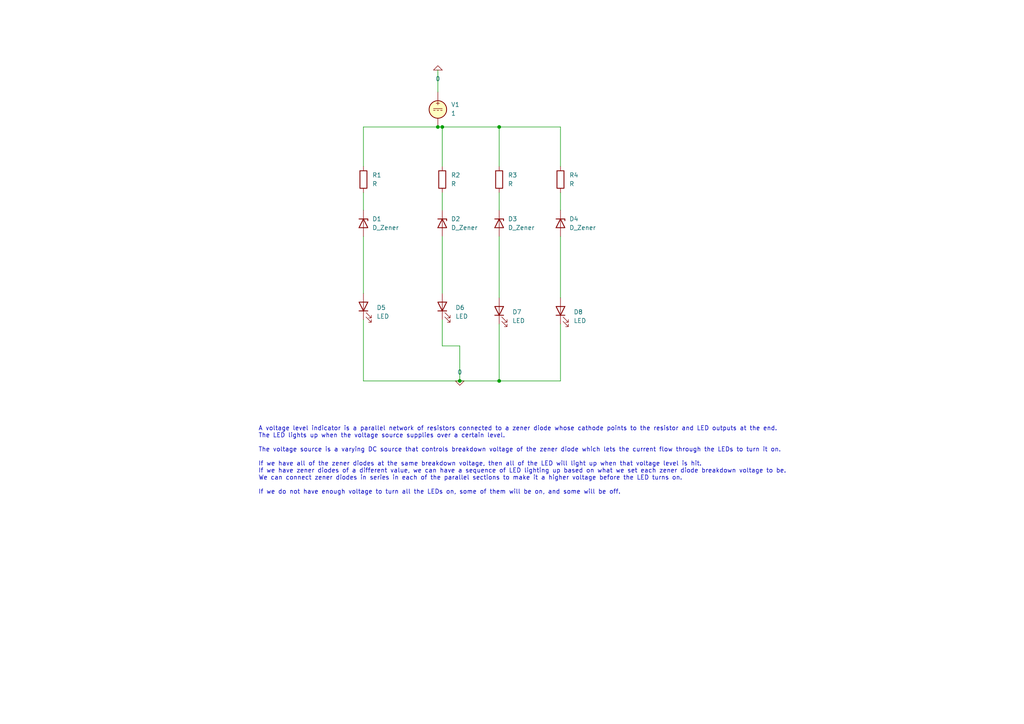
<source format=kicad_sch>
(kicad_sch (version 20230121) (generator eeschema)
  (paper "A4")
  (lib_symbols
    (symbol "Device:D_Zener" (pin_numbers hide) (pin_names (offset 1.016) hide)
      (property "Reference" "D" (at 0 2.54 0))
      (property "Value" "D_Zener" (at 0 -2.54 0))
      (symbol "D_Zener_0_1"
        (polyline (pts (xy 1.27 0) (xy -1.27 0)))
        (polyline (pts (xy -1.27 -1.27) (xy -1.27 1.27) (xy -0.762 1.27)) (stroke (width 0.254)))
        (polyline (pts (xy 1.27 -1.27) (xy 1.27 1.27) (xy -1.27 0) (xy 1.27 -1.27)) (stroke (width 0.254)))
      )
      (symbol "D_Zener_1_1"
        (pin passive line (at -3.81 0 0) (length 2.54) (name "K") (number "1"))
        (pin passive line (at 3.81 0 180) (length 2.54) (name "A") (number "2"))
      )
    )
    (symbol "Device:LED" (pin_numbers hide) (pin_names (offset 1.016) hide)
      (property "Reference" "D" (at 0 2.54 0))
      (property "Value" "LED" (at 0 -2.54 0))
      (symbol "LED_0_1"
        (polyline (pts (xy -1.27 -1.27) (xy -1.27 1.27)) (stroke (width 0.254)))
        (polyline (pts (xy -1.27 0) (xy 1.27 0)))
        (polyline (pts (xy 1.27 -1.27) (xy 1.27 1.27) (xy -1.27 0) (xy 1.27 -1.27)) (stroke (width 0.254)))
        (polyline (pts (xy -3.048 -0.762) (xy -4.572 -2.286) (xy -3.81 -2.286) (xy -4.572 -2.286) (xy -4.572 -1.524)))
        (polyline (pts (xy -1.778 -0.762) (xy -3.302 -2.286) (xy -2.54 -2.286) (xy -3.302 -2.286) (xy -3.302 -1.524)))
      )
      (symbol "LED_1_1"
        (pin passive line (at -3.81 0 0) (length 2.54) (name "K") (number "1"))
        (pin passive line (at 3.81 0 180) (length 2.54) (name "A") (number "2"))
      )
    )
    (symbol "Device:R" (pin_numbers hide) (pin_names (offset 0))
      (property "Reference" "R" (at 2.032 0 90))
      (property "Value" "R" (at 0 0 90))
      (symbol "R_0_1"
        (rectangle (start -1.016 -2.54) (end 1.016 2.54) (stroke (width 0.254)))
      )
      (symbol "R_1_1"
        (pin passive line (at 0 3.81 270) (length 1.27) (name "~") (number "1"))
        (pin passive line (at 0 -3.81 90) (length 1.27) (name "~") (number "2"))
      )
    )
    (symbol "Simulation_SPICE:0" (power) (pin_names (offset 0))
      (property "Value" "0" (at 0 -1.778 0))
      (symbol "0_0_1"
        (polyline (pts (xy -1.27 0) (xy 0 -1.27) (xy 1.27 0) (xy -1.27 0)))
      )
      (symbol "0_1_1"
        (pin power_in line (at 0 0 0) (length 0) hide (name "0") (number "1"))
      )
    )
    (symbol "Simulation_SPICE:VDC" (pin_numbers hide) (pin_names (offset 0.0254))
      (property "Reference" "V" (at 2.54 2.54 0))
      (property "Value" "1" (at 2.54 0 0))
      (symbol "VDC_0_0"
        (polyline (pts (xy -1.27 0.254) (xy 1.27 0.254)))
        (polyline (pts (xy -0.762 -0.254) (xy -1.27 -0.254)))
        (polyline (pts (xy 0.254 -0.254) (xy -0.254 -0.254)))
        (polyline (pts (xy 1.27 -0.254) (xy 0.762 -0.254)))
        (text "+" (at 0 1.905 0) (effects (font (size 1.27 1.27))))
      )
      (symbol "VDC_0_1"
        (circle (center 0 0) (radius 2.54) (stroke (width 0.254)) (fill (type background)))
      )
      (symbol "VDC_1_1"
        (pin passive line (at 0 5.08 270) (length 2.54) (name "~") (number "1"))
        (pin passive line (at 0 -5.08 90) (length 2.54) (name "~") (number "2"))
      )
    )
  )
  (junction (at 127 36.83))
  (junction (at 144.78 36.83))
  (junction (at 133.35 110.49))
  (junction (at 144.78 110.49))
  (junction (at 128.27 36.83))
  (wire (pts (xy 162.56 68.58) (xy 162.56 86.36)))
  (wire (pts (xy 144.78 68.58) (xy 144.78 86.36)))
  (wire (pts (xy 128.27 92.71) (xy 128.27 100.33)))
  (wire (pts (xy 144.78 55.88) (xy 144.78 60.96)))
  (wire (pts (xy 127 36.83) (xy 105.41 36.83)))
  (wire (pts (xy 105.41 55.88) (xy 105.41 60.96)))
  (wire (pts (xy 144.78 36.83) (xy 162.56 36.83)))
  (wire (pts (xy 127 20.32) (xy 127 26.67)))
  (wire (pts (xy 105.41 68.58) (xy 105.41 85.09)))
  (wire (pts (xy 105.41 92.71) (xy 105.41 110.49)))
  (wire (pts (xy 144.78 110.49) (xy 162.56 110.49)))
  (wire (pts (xy 133.35 100.33) (xy 133.35 110.49)))
  (wire (pts (xy 162.56 93.98) (xy 162.56 110.49)))
  (wire (pts (xy 128.27 36.83) (xy 127 36.83)))
  (wire (pts (xy 162.56 48.26) (xy 162.56 36.83)))
  (wire (pts (xy 105.41 36.83) (xy 105.41 48.26)))
  (wire (pts (xy 144.78 93.98) (xy 144.78 110.49)))
  (wire (pts (xy 144.78 36.83) (xy 144.78 48.26)))
  (wire (pts (xy 133.35 110.49) (xy 144.78 110.49)))
  (wire (pts (xy 128.27 100.33) (xy 133.35 100.33)))
  (wire (pts (xy 128.27 36.83) (xy 128.27 48.26)))
  (wire (pts (xy 105.41 110.49) (xy 133.35 110.49)))
  (wire (pts (xy 128.27 55.88) (xy 128.27 60.96)))
  (wire (pts (xy 162.56 55.88) (xy 162.56 60.96)))
  (wire (pts (xy 128.27 36.83) (xy 144.78 36.83)))
  (wire (pts (xy 128.27 68.58) (xy 128.27 85.09)))
  (text "A voltage level indicator is a parallel network of resistors connected to a zener diode whose cathode points to the resistor and LED outputs at the end.\nThe LED lights up when the voltage source supplies over a certain level.\n\nThe voltage source is a varying DC source that controls breakdown voltage of the zener diode which lets the current flow through the LEDs to turn it on.\n\nIf we have all of the zener diodes at the same breakdown voltage, then all of the LED will light up when that voltage level is hit.\nIf we have zener diodes of a different value, we can have a sequence of LED lighting up based on what we set each zener diode breakdown voltage to be.\nWe can connect zener diodes in series in each of the parallel sections to make it a higher voltage before the LED turns on.\n\nIf we do not have enough voltage to turn all the LEDs on, some of them will be on, and some will be off." (at 74.93 143.51 0) (effects (font (size 1.27 1.27)) (justify left bottom)))
  (symbol (lib_id "Device:LED") (at 162.56 90.17 90) (unit 1)
    (property "Reference" "D8" (at 166.37 90.4875 90) (effects (justify right)))
    (property "Value" "LED" (at 166.37 93.0275 90) (effects (justify right)))
  )
  (symbol (lib_id "Device:R") (at 105.41 52.07 0) (unit 1)
    (property "Reference" "R1" (at 107.95 50.8 0) (effects (justify left)))
    (property "Value" "R" (at 107.95 53.34 0) (effects (justify left)))
  )
  (symbol (lib_id "Device:D_Zener") (at 105.41 64.77 270) (unit 1)
    (property "Reference" "D1" (at 107.95 63.5 90) (effects (justify left)))
    (property "Value" "D_Zener" (at 107.95 66.04 90) (effects (justify left)))
  )
  (symbol (lib_id "Simulation_SPICE:0") (at 127 20.32 180) (unit 1)
    (property "Reference" "#GND02" (effects hide))
    (property "Value" "0" (at 127 22.86 0))
  )
  (symbol (lib_id "Simulation_SPICE:VDC") (at 127 31.75 0) (unit 1)
    (property "Reference" "V1" (at 130.81 30.3502 0) (effects (justify left)))
    (property "Value" "1" (at 130.81 32.8902 0) (effects (justify left)))
    (property "Sim.Pins" "1=+ 2=-" (effects hide))
    (property "Sim.Type" "DC" (effects hide))
    (property "Sim.Device" "V" (effects hide))
  )
  (symbol (lib_id "Device:R") (at 128.27 52.07 0) (unit 1)
    (property "Reference" "R2" (at 130.81 50.8 0) (effects (justify left)))
    (property "Value" "R" (at 130.81 53.34 0) (effects (justify left)))
  )
  (symbol (lib_id "Simulation_SPICE:0") (at 133.35 110.49 0) (unit 1)
    (property "Reference" "#GND01" (effects hide))
    (property "Value" "0" (at 133.35 107.95 0))
  )
  (symbol (lib_id "Device:R") (at 144.78 52.07 0) (unit 1)
    (property "Reference" "R3" (at 147.32 50.8 0) (effects (justify left)))
    (property "Value" "R" (at 147.32 53.34 0) (effects (justify left)))
  )
  (symbol (lib_id "Device:D_Zener") (at 144.78 64.77 270) (unit 1)
    (property "Reference" "D3" (at 147.32 63.5 90) (effects (justify left)))
    (property "Value" "D_Zener" (at 147.32 66.04 90) (effects (justify left)))
  )
  (symbol (lib_id "Device:LED") (at 144.78 90.17 90) (unit 1)
    (property "Reference" "D7" (at 148.59 90.4875 90) (effects (justify right)))
    (property "Value" "LED" (at 148.59 93.0275 90) (effects (justify right)))
  )
  (symbol (lib_id "Device:LED") (at 128.27 88.9 90) (unit 1)
    (property "Reference" "D6" (at 132.08 89.2175 90) (effects (justify right)))
    (property "Value" "LED" (at 132.08 91.7575 90) (effects (justify right)))
  )
  (symbol (lib_id "Device:D_Zener") (at 162.56 64.77 270) (unit 1)
    (property "Reference" "D4" (at 165.1 63.5 90) (effects (justify left)))
    (property "Value" "D_Zener" (at 165.1 66.04 90) (effects (justify left)))
  )
  (symbol (lib_id "Device:R") (at 162.56 52.07 0) (unit 1)
    (property "Reference" "R4" (at 165.1 50.8 0) (effects (justify left)))
    (property "Value" "R" (at 165.1 53.34 0) (effects (justify left)))
  )
  (symbol (lib_id "Device:D_Zener") (at 128.27 64.77 270) (unit 1)
    (property "Reference" "D2" (at 130.81 63.5 90) (effects (justify left)))
    (property "Value" "D_Zener" (at 130.81 66.04 90) (effects (justify left)))
  )
  (symbol (lib_id "Device:LED") (at 105.41 88.9 90) (unit 1)
    (property "Reference" "D5" (at 109.22 89.2175 90) (effects (justify right)))
    (property "Value" "LED" (at 109.22 91.7575 90) (effects (justify right)))
  )
)
</source>
